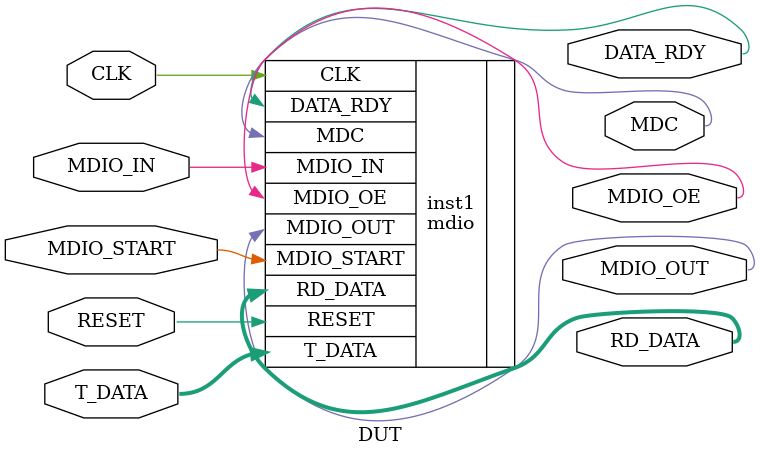
<source format=v>
`include "generadortrans_MDIO.v"

module DUT(CLK, MDC, RESET, MDIO_START, MDIO_OUT, MDIO_OE, MDIO_IN, T_DATA, RD_DATA, DATA_RDY);

//Entradas

input wire CLK, RESET, MDIO_START, MDIO_IN;
input wire [31:0] T_DATA;

//Salidas
output wire [15:0] RD_DATA;
output wire DATA_RDY, MDC, MDIO_OE, MDIO_OUT;

mdio inst1(

.CLK            (CLK),
.MDC            (MDC),
.RESET          (RESET),
.MDIO_START     (MDIO_START),
.MDIO_OUT       (MDIO_OUT),
.MDIO_OE        (MDIO_OE),
.MDIO_IN        (MDIO_IN),
.T_DATA         (T_DATA),
.RD_DATA        (RD_DATA),
.DATA_RDY       (DATA_RDY)
);

endmodule

</source>
